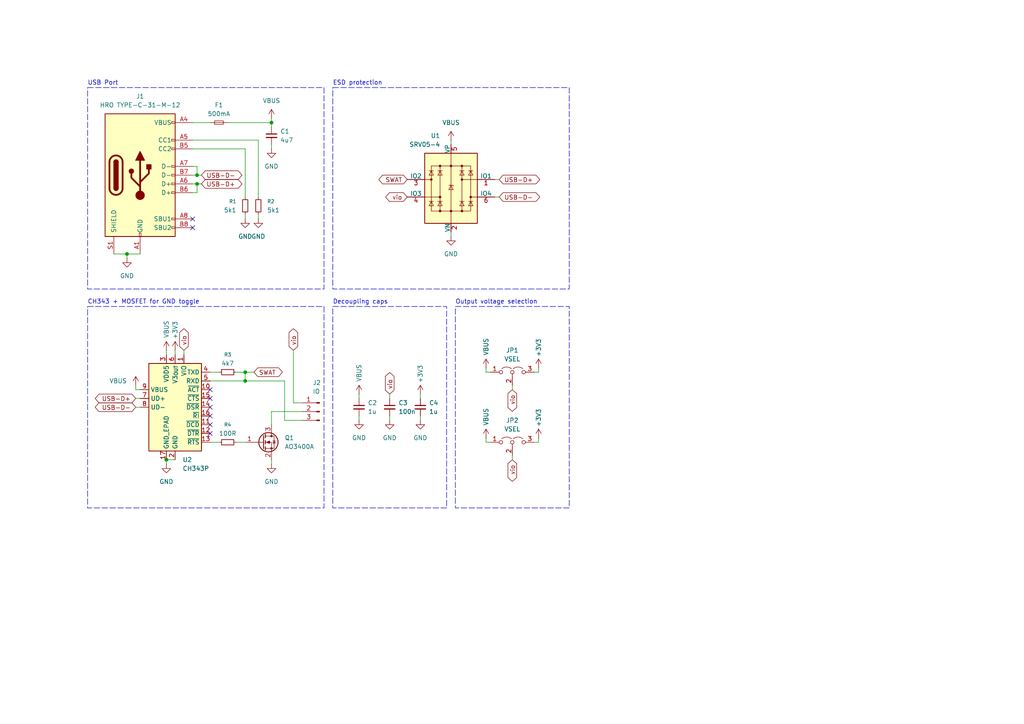
<source format=kicad_sch>
(kicad_sch (version 20250114) (generator "eeschema") (generator_version "9.0")
  (paper "A4")
  (title_block (title "sonixflasher") (date "2025-09-10") (rev "RC1") (company "ebastler") (comment 1 "Designed by Moritz Plattner"))
  (lib_symbols
    (symbol "Connector:Conn_01x03_Pin" (pin_names (offset 1.016) (hide yes))
      (property "Reference" "J" (at 0 5.08 0))
      (property "Value" "Conn_01x03_Pin" (at 0 -5.08 0))
      (symbol "Conn_01x03_Pin_1_1"
        (rectangle (start 0.8636 2.667) (end 0 2.413) (stroke (width 0.1524)) (fill (type outline)))
        (rectangle (start 0.8636 0.127) (end 0 -0.127) (stroke (width 0.1524)) (fill (type outline)))
        (rectangle (start 0.8636 -2.413) (end 0 -2.667) (stroke (width 0.1524)) (fill (type outline)))
        (polyline (pts (xy 1.27 2.54) (xy 0.8636 2.54)) (stroke (width 0.1524)))
        (polyline (pts (xy 1.27 0) (xy 0.8636 0)) (stroke (width 0.1524)))
        (polyline (pts (xy 1.27 -2.54) (xy 0.8636 -2.54)) (stroke (width 0.1524)))
        (pin passive line (at 5.08 2.54 180) (length 3.81) (name "Pin_1") (number "1"))
        (pin passive line (at 5.08 0 180) (length 3.81) (name "Pin_2") (number "2"))
        (pin passive line (at 5.08 -2.54 180) (length 3.81) (name "Pin_3") (number "3"))
      )
    )
    (symbol "Connector:USB_C_Receptacle_USB2.0_16P" (pin_names (offset 1.016))
      (property "Reference" "J" (at 0 22.225 0))
      (property "Value" "USB_C_Receptacle_USB2.0_16P" (at 0 19.685 0))
      (symbol "USB_C_Receptacle_USB2.0_16P_0_0"
        (rectangle (start -0.254 -17.78) (end 0.254 -16.764))
        (rectangle (start 10.16 15.494) (end 9.144 14.986))
        (rectangle (start 10.16 10.414) (end 9.144 9.906))
        (rectangle (start 10.16 7.874) (end 9.144 7.366))
        (rectangle (start 10.16 2.794) (end 9.144 2.286))
        (rectangle (start 10.16 0.254) (end 9.144 -0.254))
        (rectangle (start 10.16 -2.286) (end 9.144 -2.794))
        (rectangle (start 10.16 -4.826) (end 9.144 -5.334))
        (rectangle (start 10.16 -12.446) (end 9.144 -12.954))
        (rectangle (start 10.16 -14.986) (end 9.144 -15.494))
      )
      (symbol "USB_C_Receptacle_USB2.0_16P_0_1"
        (rectangle (start -10.16 17.78) (end 10.16 -17.78) (stroke (width 0.254)) (fill (type background)))
        (polyline (pts (xy -8.89 -3.81) (xy -8.89 3.81)) (stroke (width 0.508)))
        (rectangle (start -7.62 -3.81) (end -6.35 3.81) (stroke (width 0.254)) (fill (type outline)))
        (arc (start -7.62 3.81) (mid -6.985 4.4423) (end -6.35 3.81) (stroke (width 0.254)))
        (arc (start -7.62 3.81) (mid -6.985 4.4423) (end -6.35 3.81) (stroke (width 0.254)) (fill (type outline)))
        (arc (start -8.89 3.81) (mid -6.985 5.7067) (end -5.08 3.81) (stroke (width 0.508)))
        (arc (start -5.08 -3.81) (mid -6.985 -5.7067) (end -8.89 -3.81) (stroke (width 0.508)))
        (arc (start -6.35 -3.81) (mid -6.985 -4.4423) (end -7.62 -3.81) (stroke (width 0.254)))
        (arc (start -6.35 -3.81) (mid -6.985 -4.4423) (end -7.62 -3.81) (stroke (width 0.254)) (fill (type outline)))
        (polyline (pts (xy -5.08 3.81) (xy -5.08 -3.81)) (stroke (width 0.508)))
        (circle (center -2.54 1.143) (radius 0.635) (stroke (width 0.254)) (fill (type outline)))
        (polyline (pts (xy -1.27 4.318) (xy 0 6.858) (xy 1.27 4.318) (xy -1.27 4.318)) (stroke (width 0.254)) (fill (type outline)))
        (polyline (pts (xy 0 -2.032) (xy 2.54 0.508) (xy 2.54 1.778)) (stroke (width 0.508)))
        (polyline (pts (xy 0 -3.302) (xy -2.54 -0.762) (xy -2.54 0.508)) (stroke (width 0.508)))
        (polyline (pts (xy 0 -5.842) (xy 0 4.318)) (stroke (width 0.508)))
        (circle (center 0 -5.842) (radius 1.27) (fill (type outline)))
        (rectangle (start 1.905 1.778) (end 3.175 3.048) (stroke (width 0.254)) (fill (type outline)))
      )
      (symbol "USB_C_Receptacle_USB2.0_16P_1_1"
        (pin passive line (at -7.62 -22.86 90) (length 5.08) (name "SHIELD") (number "S1"))
        (pin passive line (at 0 -22.86 90) (length 5.08) (name "GND") (number "A1"))
        (pin passive line (at 0 -22.86 90) (length 5.08) (hide yes) (name "GND") (number "A12"))
        (pin passive line (at 0 -22.86 90) (length 5.08) (hide yes) (name "GND") (number "B1"))
        (pin passive line (at 0 -22.86 90) (length 5.08) (hide yes) (name "GND") (number "B12"))
        (pin passive line (at 15.24 15.24 180) (length 5.08) (name "VBUS") (number "A4"))
        (pin passive line (at 15.24 15.24 180) (length 5.08) (hide yes) (name "VBUS") (number "A9"))
        (pin passive line (at 15.24 15.24 180) (length 5.08) (hide yes) (name "VBUS") (number "B4"))
        (pin passive line (at 15.24 15.24 180) (length 5.08) (hide yes) (name "VBUS") (number "B9"))
        (pin bidirectional line (at 15.24 10.16 180) (length 5.08) (name "CC1") (number "A5"))
        (pin bidirectional line (at 15.24 7.62 180) (length 5.08) (name "CC2") (number "B5"))
        (pin bidirectional line (at 15.24 2.54 180) (length 5.08) (name "D-") (number "A7"))
        (pin bidirectional line (at 15.24 0 180) (length 5.08) (name "D-") (number "B7"))
        (pin bidirectional line (at 15.24 -2.54 180) (length 5.08) (name "D+") (number "A6"))
        (pin bidirectional line (at 15.24 -5.08 180) (length 5.08) (name "D+") (number "B6"))
        (pin bidirectional line (at 15.24 -12.7 180) (length 5.08) (name "SBU1") (number "A8"))
        (pin bidirectional line (at 15.24 -15.24 180) (length 5.08) (name "SBU2") (number "B8"))
      )
    )
    (symbol "Device:C_Small" (pin_numbers (hide yes)) (pin_names (offset 0.254) (hide yes))
      (property "Reference" "C" (at 0.254 1.778 0))
      (property "Value" "C_Small" (at 0.254 -2.032 0))
      (symbol "C_Small_0_1"
        (polyline (pts (xy -1.524 0.508) (xy 1.524 0.508)) (stroke (width 0.3048)))
        (polyline (pts (xy -1.524 -0.508) (xy 1.524 -0.508)) (stroke (width 0.3302)))
      )
      (symbol "C_Small_1_1"
        (pin passive line (at 0 2.54 270) (length 2.032) (name "~") (number "1"))
        (pin passive line (at 0 -2.54 90) (length 2.032) (name "~") (number "2"))
      )
    )
    (symbol "Device:Fuse_Small" (pin_numbers (hide yes)) (pin_names (offset 0.254) (hide yes))
      (property "Reference" "F" (at 0 -1.524 0))
      (property "Value" "Fuse_Small" (at 0 1.524 0))
      (symbol "Fuse_Small_0_1"
        (rectangle (start -1.27 0.508) (end 1.27 -0.508))
        (polyline (pts (xy -1.27 0) (xy 1.27 0)))
      )
      (symbol "Fuse_Small_1_1"
        (pin passive line (at -2.54 0 0) (length 1.27) (name "~") (number "1"))
        (pin passive line (at 2.54 0 180) (length 1.27) (name "~") (number "2"))
      )
    )
    (symbol "Device:R_Small" (pin_numbers (hide yes)) (pin_names (offset 0.254) (hide yes))
      (property "Reference" "R" (at 0 0 90))
      (property "Value" "R_Small" (at 1.778 0 90))
      (symbol "R_Small_0_1"
        (rectangle (start -0.762 1.778) (end 0.762 -1.778) (stroke (width 0.2032)))
      )
      (symbol "R_Small_1_1"
        (pin passive line (at 0 2.54 270) (length 0.762) (name "~") (number "1"))
        (pin passive line (at 0 -2.54 90) (length 0.762) (name "~") (number "2"))
      )
    )
    (symbol "Interface_USB:CH343P"
      (property "Reference" "U" (at -8.89 13.97 0))
      (property "Value" "CH343P" (at 7.62 13.97 0))
      (symbol "CH343P_0_1"
        (rectangle (start -7.62 12.7) (end 7.62 -12.7) (stroke (width 0.254)) (fill (type background)))
      )
      (symbol "CH343P_1_0"
        (pin power_in line (at -2.54 -15.24 90) (length 2.54) (name "GND_EPAD") (number "17"))
        (pin power_in line (at 0 -15.24 90) (length 2.54) (name "GND") (number "2"))
      )
      (symbol "CH343P_1_1"
        (pin input line (at -10.16 5.08 0) (length 2.54) (name "VBUS") (number "9"))
        (pin bidirectional line (at -10.16 2.54 0) (length 2.54) (name "UD+") (number "7"))
        (pin bidirectional line (at -10.16 0 0) (length 2.54) (name "UD-") (number "8"))
        (pin power_in line (at -2.54 15.24 270) (length 2.54) (name "VDD5") (number "3"))
        (pin power_out line (at 0 15.24 270) (length 2.54) (name "V3_{OUT}") (number "6"))
        (pin power_in line (at 2.54 15.24 270) (length 2.54) (name "VIO") (number "1"))
        (pin output line (at 10.16 10.16 180) (length 2.54) (name "TXD") (number "4"))
        (pin input line (at 10.16 7.62 180) (length 2.54) (name "RXD") (number "5"))
        (pin output line (at 10.16 5.08 180) (length 2.54) (name "~{ACT}") (number "10"))
        (pin input line (at 10.16 2.54 180) (length 2.54) (name "~{CTS}") (number "15"))
        (pin input line (at 10.16 0 180) (length 2.54) (name "~{DSR}") (number "14"))
        (pin input line (at 10.16 -2.54 180) (length 2.54) (name "~{RI}") (number "16"))
        (pin input line (at 10.16 -5.08 180) (length 2.54) (name "~{DCD}") (number "11"))
        (pin output line (at 10.16 -7.62 180) (length 2.54) (name "~{DTR}") (number "12"))
        (pin output line (at 10.16 -10.16 180) (length 2.54) (name "~{RTS}") (number "13"))
      )
    )
    (symbol "Jumper:Jumper_3_Open" (pin_names (offset 0) (hide yes)) (in_bom no)
      (property "Reference" "JP" (at -2.54 -2.54 0))
      (property "Value" "Jumper_3_Open" (at 0 2.794 0))
      (symbol "Jumper_3_Open_0_0"
        (circle (center -3.302 0) (radius 0.508))
        (circle (center 0 0) (radius 0.508))
        (circle (center 3.302 0) (radius 0.508))
      )
      (symbol "Jumper_3_Open_0_1"
        (arc (start -3.048 1.016) (mid -1.651 1.4992) (end -0.254 1.016))
        (polyline (pts (xy 0 -0.508) (xy 0 -1.27)))
        (arc (start 0.254 1.016) (mid 1.651 1.4992) (end 3.048 1.016))
      )
      (symbol "Jumper_3_Open_1_1"
        (pin passive line (at -6.35 0 0) (length 2.54) (name "A") (number "1"))
        (pin passive line (at 0 -3.81 90) (length 2.54) (name "C") (number "2"))
        (pin passive line (at 6.35 0 180) (length 2.54) (name "B") (number "3"))
      )
    )
    (symbol "PCM_marbastlib-various:SRV05-4" (pin_names (offset 0))
      (property "Reference" "U" (at -5.08 11.43 0))
      (property "Value" "SRV05-4" (at 2.54 11.43 0))
      (symbol "SRV05-4_0_0"
        (rectangle (start -5.715 6.477) (end 5.715 -6.604))
        (polyline (pts (xy -3.175 -6.604) (xy -3.175 6.477)))
        (polyline (pts (xy 3.175 6.477) (xy 3.175 -6.604)))
      )
      (symbol "SRV05-4_0_1"
        (polyline (pts (xy -7.747 2.54) (xy -3.175 2.54)))
        (rectangle (start -7.62 10.16) (end 7.62 -10.16) (stroke (width 0.254)) (fill (type background)))
        (polyline (pts (xy -7.62 -2.54) (xy -5.715 -2.54)))
        (circle (center -5.715 -2.54) (radius 0.2794) (fill (type outline)))
        (polyline (pts (xy -5.08 5.08) (xy -6.35 5.08)))
        (polyline (pts (xy -5.08 3.81) (xy -6.35 3.81) (xy -5.715 5.08) (xy -5.08 3.81)))
        (polyline (pts (xy -5.08 -3.81) (xy -6.35 -3.81)))
        (polyline (pts (xy -5.08 -5.08) (xy -6.35 -5.08) (xy -5.715 -3.81) (xy -5.08 -5.08)))
        (circle (center -3.175 6.477) (radius 0.2794) (fill (type outline)))
        (circle (center -3.175 2.54) (radius 0.2794) (fill (type outline)))
        (circle (center -3.175 -6.604) (radius 0.2794) (fill (type outline)))
        (polyline (pts (xy -2.54 5.08) (xy -3.81 5.08)))
        (polyline (pts (xy -2.54 3.81) (xy -3.81 3.81) (xy -3.175 5.08) (xy -2.54 3.81)))
        (polyline (pts (xy -2.54 -3.81) (xy -3.81 -3.81)))
        (polyline (pts (xy -2.54 -5.08) (xy -3.81 -5.08) (xy -3.175 -3.81) (xy -2.54 -5.08)))
        (polyline (pts (xy 0 10.16) (xy 0 -10.16)))
        (circle (center 0 6.477) (radius 0.2794) (fill (type outline)))
        (circle (center 0 -6.604) (radius 0.2794) (fill (type outline)))
        (polyline (pts (xy 0.635 0.889) (xy -0.635 0.889) (xy -0.635 0.635)))
        (polyline (pts (xy 0.635 -0.381) (xy -0.635 -0.381) (xy 0 0.889) (xy 0.635 -0.381)))
        (circle (center 3.175 6.477) (radius 0.2794) (fill (type outline)))
        (circle (center 3.175 -2.54) (radius 0.2794) (fill (type outline)))
        (circle (center 3.175 -6.604) (radius 0.2794) (fill (type outline)))
        (polyline (pts (xy 3.81 5.08) (xy 2.54 5.08)))
        (polyline (pts (xy 3.81 3.81) (xy 2.54 3.81) (xy 3.175 5.08) (xy 3.81 3.81)))
        (polyline (pts (xy 3.81 -3.81) (xy 2.54 -3.81)))
        (polyline (pts (xy 3.81 -5.08) (xy 2.54 -5.08) (xy 3.175 -3.81) (xy 3.81 -5.08)))
        (circle (center 5.715 2.54) (radius 0.2794) (fill (type outline)))
        (polyline (pts (xy 6.35 5.08) (xy 5.08 5.08)))
        (polyline (pts (xy 6.35 3.81) (xy 5.08 3.81) (xy 5.715 5.08) (xy 6.35 3.81)))
        (polyline (pts (xy 6.35 -3.81) (xy 5.08 -3.81)))
        (polyline (pts (xy 6.35 -5.08) (xy 5.08 -5.08) (xy 5.715 -3.81) (xy 6.35 -5.08)))
        (polyline (pts (xy 7.62 2.54) (xy 5.715 2.54)))
        (polyline (pts (xy 7.62 -2.54) (xy 3.175 -2.54)))
      )
      (symbol "SRV05-4_1_1"
        (pin passive line (at -12.7 2.54 0) (length 5.08) (name "IO1") (number "1"))
        (pin passive line (at -12.7 -2.54 0) (length 5.08) (name "IO4") (number "6"))
        (pin passive line (at 0 12.7 270) (length 2.54) (name "VP") (number "5"))
        (pin passive line (at 0 -12.7 90) (length 2.54) (name "VN") (number "2"))
        (pin passive line (at 12.7 2.54 180) (length 5.08) (name "IO2") (number "3"))
        (pin passive line (at 12.7 -2.54 180) (length 5.08) (name "IO3") (number "4"))
      )
    )
    (symbol "Transistor_FET:AO3400A" (pin_names (offset 0) (hide yes))
      (property "Reference" "Q" (at 5.08 1.905 0))
      (property "Value" "AO3400A" (at 5.08 0 0))
      (symbol "AO3400A_0_1"
        (polyline (pts (xy 0.254 1.905) (xy 0.254 -1.905)) (stroke (width 0.254)))
        (polyline (pts (xy 0.254 0) (xy -2.54 0)))
        (polyline (pts (xy 0.762 2.286) (xy 0.762 1.27)) (stroke (width 0.254)))
        (polyline (pts (xy 0.762 0.508) (xy 0.762 -0.508)) (stroke (width 0.254)))
        (polyline (pts (xy 0.762 -1.27) (xy 0.762 -2.286)) (stroke (width 0.254)))
        (polyline (pts (xy 0.762 -1.778) (xy 3.302 -1.778) (xy 3.302 1.778) (xy 0.762 1.778)))
        (polyline (pts (xy 1.016 0) (xy 2.032 0.381) (xy 2.032 -0.381) (xy 1.016 0)) (fill (type outline)))
        (circle (center 1.651 0) (radius 2.794) (stroke (width 0.254)))
        (polyline (pts (xy 2.54 2.54) (xy 2.54 1.778)))
        (circle (center 2.54 1.778) (radius 0.254) (fill (type outline)))
        (circle (center 2.54 -1.778) (radius 0.254) (fill (type outline)))
        (polyline (pts (xy 2.54 -2.54) (xy 2.54 0) (xy 0.762 0)))
        (polyline (pts (xy 2.921 0.381) (xy 3.683 0.381)))
        (polyline (pts (xy 3.302 0.381) (xy 2.921 -0.254) (xy 3.683 -0.254) (xy 3.302 0.381)))
      )
      (symbol "AO3400A_1_1"
        (pin input line (at -5.08 0 0) (length 2.54) (name "G") (number "1"))
        (pin passive line (at 2.54 5.08 270) (length 2.54) (name "D") (number "3"))
        (pin passive line (at 2.54 -5.08 90) (length 2.54) (name "S") (number "2"))
      )
    )
    (symbol "power:+3V3" (power) (pin_numbers (hide yes)) (pin_names (offset 0) (hide yes))
      (property "Value" "+3V3" (at 0 3.556 0))
      (symbol "+3V3_0_1"
        (polyline (pts (xy -0.762 1.27) (xy 0 2.54)))
        (polyline (pts (xy 0 2.54) (xy 0.762 1.27)))
        (polyline (pts (xy 0 0) (xy 0 2.54)))
      )
      (symbol "+3V3_1_1"
        (pin power_in line (at 0 0 90) (length 0) (name "~") (number "1"))
      )
    )
    (symbol "power:GND" (power) (pin_numbers (hide yes)) (pin_names (offset 0) (hide yes))
      (property "Value" "GND" (at 0 -3.81 0))
      (symbol "GND_0_1"
        (polyline (pts (xy 0 0) (xy 0 -1.27) (xy 1.27 -1.27) (xy 0 -2.54) (xy -1.27 -1.27) (xy 0 -1.27)))
      )
      (symbol "GND_1_1"
        (pin power_in line (at 0 0 270) (length 0) (name "~") (number "1"))
      )
    )
    (symbol "power:VBUS" (power) (pin_numbers (hide yes)) (pin_names (offset 0) (hide yes))
      (property "Value" "VBUS" (at 0 3.556 0))
      (symbol "VBUS_0_1"
        (polyline (pts (xy -0.762 1.27) (xy 0 2.54)))
        (polyline (pts (xy 0 2.54) (xy 0.762 1.27)))
        (polyline (pts (xy 0 0) (xy 0 2.54)))
      )
      (symbol "VBUS_1_1"
        (pin power_in line (at 0 0 90) (length 0) (name "~") (number "1"))
      )
    )
  )
  (rectangle (start 25.4 25.4) (end 93.98 83.82) (stroke (width 0) (type dash)))
  (rectangle (start 96.52 25.4) (end 165.1 83.82) (stroke (width 0) (type dash)))
  (rectangle (start 96.52 88.9) (end 129.54 147.32) (stroke (width 0) (type dash)))
  (rectangle (start 25.4 88.9) (end 93.98 147.32) (stroke (width 0) (type dash)))
  (rectangle (start 132.08 88.9) (end 165.1 147.32) (stroke (width 0) (type dash)))
  (text "Decoupling caps" (at 96.52 87.63 0) (effects (font (size 1.27 1.27)) (justify left)))
  (text "CH343 + MOSFET for GND toggle" (at 25.4 87.63 0) (effects (font (size 1.27 1.27)) (justify left)))
  (text "ESD protection" (at 96.52 24.13 0) (effects (font (size 1.27 1.27)) (justify left)))
  (text "USB Port" (at 25.4 24.13 0) (effects (font (size 1.27 1.27)) (justify left)))
  (text "Output voltage selection" (at 132.08 87.63 0) (effects (font (size 1.27 1.27)) (justify left)))
  (junction (at 71.12 107.95))
  (junction (at 71.12 110.49))
  (junction (at 48.26 133.35))
  (junction (at 78.74 35.56))
  (junction (at 57.15 50.8))
  (junction (at 57.15 53.34))
  (junction (at 36.83 73.66))
  (no_connect (at 60.96 123.19))
  (no_connect (at 60.96 113.03))
  (no_connect (at 55.88 63.5))
  (no_connect (at 55.88 66.04))
  (no_connect (at 60.96 118.11))
  (no_connect (at 60.96 115.57))
  (no_connect (at 60.96 125.73))
  (no_connect (at 60.96 120.65))
  (wire (pts (xy 60.96 128.27) (xy 63.5 128.27)))
  (wire (pts (xy 71.12 107.95) (xy 73.66 107.95)))
  (wire (pts (xy 55.88 40.64) (xy 74.93 40.64)))
  (wire (pts (xy 57.15 48.26) (xy 55.88 48.26)))
  (wire (pts (xy 74.93 63.5) (xy 74.93 62.23)))
  (wire (pts (xy 130.81 40.64) (xy 130.81 41.91)))
  (wire (pts (xy 57.15 50.8) (xy 58.42 50.8)))
  (wire (pts (xy 104.14 120.65) (xy 104.14 121.92)))
  (wire (pts (xy 78.74 133.35) (xy 78.74 134.62)))
  (wire (pts (xy 66.04 35.56) (xy 78.74 35.56)))
  (wire (pts (xy 55.88 43.18) (xy 71.12 43.18)))
  (wire (pts (xy 156.21 128.27) (xy 154.94 128.27)))
  (wire (pts (xy 130.81 68.58) (xy 130.81 67.31)))
  (wire (pts (xy 55.88 55.88) (xy 57.15 55.88)))
  (wire (pts (xy 156.21 106.68) (xy 156.21 107.95)))
  (wire (pts (xy 48.26 133.35) (xy 50.8 133.35)))
  (wire (pts (xy 121.92 120.65) (xy 121.92 121.92)))
  (wire (pts (xy 140.97 106.68) (xy 140.97 107.95)))
  (wire (pts (xy 78.74 35.56) (xy 78.74 36.83)))
  (wire (pts (xy 148.59 113.03) (xy 148.59 111.76)))
  (wire (pts (xy 48.26 133.35) (xy 48.26 134.62)))
  (wire (pts (xy 39.37 111.76) (xy 39.37 113.03)))
  (wire (pts (xy 113.03 120.65) (xy 113.03 121.92)))
  (wire (pts (xy 39.37 113.03) (xy 40.64 113.03)))
  (wire (pts (xy 104.14 114.3) (xy 104.14 115.57)))
  (wire (pts (xy 78.74 119.38) (xy 78.74 123.19)))
  (wire (pts (xy 71.12 107.95) (xy 68.58 107.95)))
  (wire (pts (xy 57.15 53.34) (xy 57.15 55.88)))
  (wire (pts (xy 144.78 57.15) (xy 143.51 57.15)))
  (wire (pts (xy 78.74 43.18) (xy 78.74 41.91)))
  (wire (pts (xy 78.74 34.29) (xy 78.74 35.56)))
  (wire (pts (xy 48.26 101.6) (xy 48.26 102.87)))
  (wire (pts (xy 82.55 121.92) (xy 87.63 121.92)))
  (wire (pts (xy 82.55 110.49) (xy 82.55 121.92)))
  (wire (pts (xy 60.96 110.49) (xy 71.12 110.49)))
  (wire (pts (xy 143.51 52.07) (xy 144.78 52.07)))
  (wire (pts (xy 57.15 53.34) (xy 58.42 53.34)))
  (wire (pts (xy 39.37 118.11) (xy 40.64 118.11)))
  (wire (pts (xy 36.83 74.93) (xy 36.83 73.66)))
  (wire (pts (xy 55.88 35.56) (xy 60.96 35.56)))
  (wire (pts (xy 140.97 128.27) (xy 142.24 128.27)))
  (wire (pts (xy 57.15 50.8) (xy 55.88 50.8)))
  (wire (pts (xy 68.58 128.27) (xy 71.12 128.27)))
  (wire (pts (xy 53.34 101.6) (xy 53.34 102.87)))
  (wire (pts (xy 148.59 133.35) (xy 148.59 132.08)))
  (wire (pts (xy 33.02 73.66) (xy 36.83 73.66)))
  (wire (pts (xy 121.92 114.3) (xy 121.92 115.57)))
  (wire (pts (xy 85.09 101.6) (xy 85.09 116.84)))
  (wire (pts (xy 71.12 63.5) (xy 71.12 62.23)))
  (wire (pts (xy 156.21 107.95) (xy 154.94 107.95)))
  (wire (pts (xy 140.97 127) (xy 140.97 128.27)))
  (wire (pts (xy 36.83 73.66) (xy 40.64 73.66)))
  (wire (pts (xy 57.15 48.26) (xy 57.15 50.8)))
  (wire (pts (xy 60.96 107.95) (xy 63.5 107.95)))
  (wire (pts (xy 39.37 115.57) (xy 40.64 115.57)))
  (wire (pts (xy 85.09 116.84) (xy 87.63 116.84)))
  (wire (pts (xy 87.63 119.38) (xy 78.74 119.38)))
  (wire (pts (xy 71.12 57.15) (xy 71.12 43.18)))
  (wire (pts (xy 156.21 127) (xy 156.21 128.27)))
  (wire (pts (xy 140.97 107.95) (xy 142.24 107.95)))
  (wire (pts (xy 55.88 53.34) (xy 57.15 53.34)))
  (wire (pts (xy 71.12 110.49) (xy 82.55 110.49)))
  (wire (pts (xy 50.8 101.6) (xy 50.8 102.87)))
  (wire (pts (xy 74.93 40.64) (xy 74.93 57.15)))
  (wire (pts (xy 113.03 114.3) (xy 113.03 115.57)))
  (wire (pts (xy 71.12 110.49) (xy 71.12 107.95)))
  (global_label "USB-D-" (shape bidirectional) (at 144.78 57.15 0) (property "Intersheetrefs" "${INTERSHEET_REFS}" (effects (hide yes))))
  (global_label "SWAT" (shape bidirectional) (at 73.66 107.95 0) (property "Intersheetrefs" "${INTERSHEET_REFS}" (effects (hide yes))))
  (global_label "vio" (shape bidirectional) (at 53.34 101.6 90) (property "Intersheetrefs" "${INTERSHEET_REFS}" (effects (hide yes))))
  (global_label "SWAT" (shape bidirectional) (at 118.11 52.07 180) (property "Intersheetrefs" "${INTERSHEET_REFS}" (effects (hide yes))))
  (global_label "USB-D-" (shape bidirectional) (at 39.37 118.11 180) (property "Intersheetrefs" "${INTERSHEET_REFS}" (effects (hide yes))))
  (global_label "vio" (shape bidirectional) (at 118.11 57.15 180) (property "Intersheetrefs" "${INTERSHEET_REFS}" (effects (hide yes))))
  (global_label "vio" (shape bidirectional) (at 148.59 113.03 270) (property "Intersheetrefs" "${INTERSHEET_REFS}" (effects (hide yes))))
  (global_label "vio" (shape bidirectional) (at 148.59 133.35 270) (property "Intersheetrefs" "${INTERSHEET_REFS}" (effects (hide yes))))
  (global_label "USB-D+" (shape bidirectional) (at 144.78 52.07 0) (property "Intersheetrefs" "${INTERSHEET_REFS}" (effects (hide yes))))
  (global_label "vio" (shape bidirectional) (at 113.03 114.3 90) (property "Intersheetrefs" "${INTERSHEET_REFS}" (effects (hide yes))))
  (global_label "vio" (shape bidirectional) (at 85.09 101.6 90) (property "Intersheetrefs" "${INTERSHEET_REFS}" (effects (hide yes))))
  (global_label "USB-D+" (shape bidirectional) (at 39.37 115.57 180) (property "Intersheetrefs" "${INTERSHEET_REFS}" (effects (hide yes))))
  (global_label "USB-D+" (shape bidirectional) (at 58.42 53.34 0) (property "Intersheetrefs" "${INTERSHEET_REFS}" (effects (hide yes))))
  (global_label "USB-D-" (shape bidirectional) (at 58.42 50.8 0) (property "Intersheetrefs" "${INTERSHEET_REFS}" (effects (hide yes))))
  (symbol (lib_id "power:VBUS") (at 78.74 34.29 0) (unit 1)
    (property "Reference" "#PWR01" (effects (hide yes)))
    (property "Value" "VBUS" (at 78.74 29.21 0))
    (property "Description" "Power symbol creates a global label with name \"VBUS\"" (effects (hide yes)))
  )
  (symbol (lib_id "power:+3V3") (at 121.92 114.3 0) (unit 1)
    (property "Reference" "#PWR014" (effects (hide yes)))
    (property "Value" "+3V3" (at 121.92 108.458 90))
    (property "Description" "Power symbol creates a global label with name \"+3V3\"" (effects (hide yes)))
  )
  (symbol (lib_id "Device:R_Small") (at 66.04 107.95 90) (unit 1)
    (property "Reference" "R3" (at 66.04 102.87 90) (effects (font (size 1.016 1.016))))
    (property "Value" "4k7" (at 66.04 105.41 90))
    (property "Footprint" "Resistor_SMD:R_0402_1005Metric" (effects (hide yes)))
    (property "Description" "Resistor, small symbol" (effects (hide yes)))
  )
  (symbol (lib_id "PCM_marbastlib-various:SRV05-4") (at 130.81 54.61 0) (mirror y) (unit 1)
    (property "Reference" "U1" (at 127.6919 39.37 0) (effects (justify left)))
    (property "Value" "SRV05-4" (at 127.6919 41.91 0) (effects (justify left)))
    (property "Footprint" "PCM_marbastlib-various:SOT-23-6-routable" (effects (hide yes)))
    (property "Datasheet" "http://www.onsemi.com/pub/Collateral/SRV05-4-D.PDF" (effects (hide yes)))
    (property "Description" "ESD Protection Diodes with Low Clamping Voltage, SOT-23-6" (effects (hide yes)))
  )
  (symbol (lib_id "Jumper:Jumper_3_Open") (at 148.59 128.27 0) (unit 1) (in_bom no)
    (property "Reference" "JP2" (at 148.59 121.92 0))
    (property "Value" "VSEL" (at 148.59 124.46 0))
    (property "Footprint" "Connector_PinHeader_2.54mm:PinHeader_1x03_P2.54mm_Vertical" (effects (hide yes)))
    (property "Description" "Jumper, 3-pole, both open" (effects (hide yes)))
    (property "LCSC" "C49257" (effects (hide yes)))
  )
  (symbol (lib_id "power:VBUS") (at 48.26 101.6 0) (unit 1)
    (property "Reference" "#PWR08" (effects (hide yes)))
    (property "Value" "VBUS" (at 48.26 95.504 90))
    (property "Description" "Power symbol creates a global label with name \"VBUS\"" (effects (hide yes)))
  )
  (symbol (lib_id "Interface_USB:CH343P") (at 50.8 118.11 0) (unit 1)
    (property "Reference" "U2" (at 52.9433 133.35 0) (effects (justify left)))
    (property "Value" "CH343P" (at 52.9433 135.89 0) (effects (justify left)))
    (property "Footprint" "Package_DFN_QFN:WCH_QFN-16-1EP_3x3mm_P0.5mm_EP1.8x1.8mm" (effects (hide yes)))
    (property "Datasheet" "https://www.wch-ic.com/downloads/CH343DS1_PDF.html" (effects (hide yes)))
    (property "Description" "High-Speed USB serial converter, up to 6Mbps, 3.3V or 5V supply, UART, QFN-16" (effects (hide yes)))
  )
  (symbol (lib_id "power:VBUS") (at 140.97 106.68 0) (unit 1)
    (property "Reference" "#PWR010" (effects (hide yes)))
    (property "Value" "VBUS" (at 140.97 100.584 90))
    (property "Description" "Power symbol creates a global label with name \"VBUS\"" (effects (hide yes)))
  )
  (symbol (lib_id "power:GND") (at 71.12 63.5 0) (unit 1)
    (property "Reference" "#PWR04" (effects (hide yes)))
    (property "Value" "GND" (at 71.12 68.58 0))
    (property "Description" "Power symbol creates a global label with name \"GND\" , ground" (effects (hide yes)))
  )
  (symbol (lib_id "power:VBUS") (at 104.14 114.3 0) (unit 1)
    (property "Reference" "#PWR013" (effects (hide yes)))
    (property "Value" "VBUS" (at 104.14 108.204 90))
    (property "Description" "Power symbol creates a global label with name \"VBUS\"" (effects (hide yes)))
  )
  (symbol (lib_id "power:GND") (at 78.74 134.62 0) (unit 1)
    (property "Reference" "#PWR021" (effects (hide yes)))
    (property "Value" "GND" (at 78.74 139.7 0))
    (property "Description" "Power symbol creates a global label with name \"GND\" , ground" (effects (hide yes)))
  )
  (symbol (lib_id "power:GND") (at 130.81 68.58 0) (unit 1)
    (property "Reference" "#PWR06" (effects (hide yes)))
    (property "Value" "GND" (at 130.81 73.66 0))
    (property "Description" "Power symbol creates a global label with name \"GND\" , ground" (effects (hide yes)))
  )
  (symbol (lib_id "Device:Fuse_Small") (at 63.5 35.56 0) (unit 1)
    (property "Reference" "F1" (at 63.5 30.48 0))
    (property "Value" "500mA" (at 63.5 33.02 0))
    (property "Footprint" "Fuse:Fuse_0603_1608Metric" (effects (hide yes)))
    (property "Description" "Fuse, small symbol" (effects (hide yes)))
  )
  (symbol (lib_id "Connector:Conn_01x03_Pin") (at 92.71 119.38 0) (mirror y) (unit 1)
    (property "Reference" "J2" (at 90.678 110.998 0) (effects (justify right)))
    (property "Value" "IO" (at 90.678 113.538 0) (effects (justify right)))
    (property "Footprint" "Connector_PinHeader_2.54mm:PinHeader_1x03_P2.54mm_Horizontal" (effects (hide yes)))
    (property "Description" "Generic connector, single row, 01x03, script generated" (effects (hide yes)))
    (property "LCSC" "C49257" (effects (hide yes)))
  )
  (symbol (lib_id "power:+3V3") (at 156.21 127 0) (unit 1)
    (property "Reference" "#PWR019" (effects (hide yes)))
    (property "Value" "+3V3" (at 156.21 121.158 90))
    (property "Description" "Power symbol creates a global label with name \"+3V3\"" (effects (hide yes)))
  )
  (symbol (lib_id "power:+3V3") (at 156.21 106.68 0) (unit 1)
    (property "Reference" "#PWR011" (effects (hide yes)))
    (property "Value" "+3V3" (at 156.21 100.838 90))
    (property "Description" "Power symbol creates a global label with name \"+3V3\"" (effects (hide yes)))
  )
  (symbol (lib_id "power:GND") (at 121.92 121.92 0) (unit 1)
    (property "Reference" "#PWR017" (effects (hide yes)))
    (property "Value" "GND" (at 121.92 127 0))
    (property "Description" "Power symbol creates a global label with name \"GND\" , ground" (effects (hide yes)))
  )
  (symbol (lib_id "power:+3V3") (at 50.8 101.6 0) (unit 1)
    (property "Reference" "#PWR09" (effects (hide yes)))
    (property "Value" "+3V3" (at 50.8 95.758 90))
    (property "Description" "Power symbol creates a global label with name \"+3V3\"" (effects (hide yes)))
  )
  (symbol (lib_id "Device:C_Small") (at 78.74 39.37 0) (unit 1)
    (property "Reference" "C1" (at 81.28 38.1062 0) (effects (justify left)))
    (property "Value" "4u7" (at 81.28 40.6462 0) (effects (justify left)))
    (property "Footprint" "Capacitor_SMD:C_0603_1608Metric" (effects (hide yes)))
    (property "Description" "Unpolarized capacitor, small symbol" (effects (hide yes)))
  )
  (symbol (lib_id "Connector:USB_C_Receptacle_USB2.0_16P") (at 40.64 50.8 0) (unit 1)
    (property "Reference" "J1" (at 40.64 27.94 0))
    (property "Value" "HRO TYPE-C-31-M-12" (at 40.64 30.48 0))
    (property "Footprint" "PCM_marbastlib-various:USB_C_Receptacle_HRO_TYPE-C-31-M-12" (effects (hide yes)))
    (property "Datasheet" "https://www.usb.org/sites/default/files/documents/usb_type-c.zip" (effects (hide yes)))
    (property "Description" "USB 2.0-only 16P Type-C Receptacle connector" (effects (hide yes)))
  )
  (symbol (lib_id "power:GND") (at 78.74 43.18 0) (unit 1)
    (property "Reference" "#PWR03" (effects (hide yes)))
    (property "Value" "GND" (at 78.74 48.26 0))
    (property "Description" "Power symbol creates a global label with name \"GND\" , ground" (effects (hide yes)))
  )
  (symbol (lib_id "Device:C_Small") (at 121.92 118.11 0) (unit 1)
    (property "Reference" "C4" (at 124.46 116.8462 0) (effects (justify left)))
    (property "Value" "1u" (at 124.46 119.3862 0) (effects (justify left)))
    (property "Footprint" "Capacitor_SMD:C_0402_1005Metric" (effects (hide yes)))
    (property "Description" "Unpolarized capacitor, small symbol" (effects (hide yes)))
  )
  (symbol (lib_id "power:VBUS") (at 140.97 127 0) (unit 1)
    (property "Reference" "#PWR018" (effects (hide yes)))
    (property "Value" "VBUS" (at 140.97 120.904 90))
    (property "Description" "Power symbol creates a global label with name \"VBUS\"" (effects (hide yes)))
  )
  (symbol (lib_id "power:VBUS") (at 130.81 40.64 0) (unit 1)
    (property "Reference" "#PWR02" (effects (hide yes)))
    (property "Value" "VBUS" (at 130.81 35.56 0))
    (property "Description" "Power symbol creates a global label with name \"VBUS\"" (effects (hide yes)))
  )
  (symbol (lib_id "power:GND") (at 36.83 74.93 0) (unit 1)
    (property "Reference" "#PWR07" (effects (hide yes)))
    (property "Value" "GND" (at 36.83 80.01 0))
    (property "Description" "Power symbol creates a global label with name \"GND\" , ground" (effects (hide yes)))
  )
  (symbol (lib_id "power:GND") (at 48.26 134.62 0) (unit 1)
    (property "Reference" "#PWR020" (effects (hide yes)))
    (property "Value" "GND" (at 48.26 139.7 0))
    (property "Description" "Power symbol creates a global label with name \"GND\" , ground" (effects (hide yes)))
  )
  (symbol (lib_id "Device:C_Small") (at 104.14 118.11 0) (unit 1)
    (property "Reference" "C2" (at 106.68 116.8462 0) (effects (justify left)))
    (property "Value" "1u" (at 106.68 119.3862 0) (effects (justify left)))
    (property "Footprint" "Capacitor_SMD:C_0402_1005Metric" (effects (hide yes)))
    (property "Description" "Unpolarized capacitor, small symbol" (effects (hide yes)))
  )
  (symbol (lib_id "Device:R_Small") (at 74.93 59.69 0) (unit 1)
    (property "Reference" "R2" (at 77.47 58.4199 0) (effects (font (size 1.016 1.016)) (justify left)))
    (property "Value" "5k1" (at 77.47 60.9599 0) (effects (justify left)))
    (property "Footprint" "Resistor_SMD:R_0402_1005Metric" (effects (hide yes)))
    (property "Description" "Resistor, small symbol" (effects (hide yes)))
  )
  (symbol (lib_id "Jumper:Jumper_3_Open") (at 148.59 107.95 0) (unit 1)
    (property "Reference" "JP1" (at 148.59 101.6 0))
    (property "Value" "VSEL" (at 148.59 104.14 0))
    (property "Footprint" "Jumper:SolderJumper-3_P1.3mm_Open_RoundedPad1.0x1.5mm_NumberLabels" (effects (hide yes)))
    (property "Description" "Jumper, 3-pole, both open" (effects (hide yes)))
  )
  (symbol (lib_id "Device:R_Small") (at 71.12 59.69 0) (unit 1)
    (property "Reference" "R1" (at 68.58 58.4199 0) (effects (font (size 1.016 1.016)) (justify right)))
    (property "Value" "5k1" (at 68.58 60.9599 0) (effects (justify right)))
    (property "Footprint" "Resistor_SMD:R_0402_1005Metric" (effects (hide yes)))
    (property "Description" "Resistor, small symbol" (effects (hide yes)))
  )
  (symbol (lib_id "power:GND") (at 104.14 121.92 0) (unit 1)
    (property "Reference" "#PWR015" (effects (hide yes)))
    (property "Value" "GND" (at 104.14 127 0))
    (property "Description" "Power symbol creates a global label with name \"GND\" , ground" (effects (hide yes)))
  )
  (symbol (lib_id "power:VBUS") (at 39.37 111.76 0) (unit 1)
    (property "Reference" "#PWR012" (effects (hide yes)))
    (property "Value" "VBUS" (at 36.83 110.4899 0) (effects (justify right)))
    (property "Description" "Power symbol creates a global label with name \"VBUS\"" (effects (hide yes)))
  )
  (symbol (lib_id "Device:R_Small") (at 66.04 128.27 90) (unit 1)
    (property "Reference" "R4" (at 66.04 123.19 90) (effects (font (size 1.016 1.016))))
    (property "Value" "100R" (at 66.04 125.73 90))
    (property "Footprint" "Resistor_SMD:R_0402_1005Metric" (effects (hide yes)))
    (property "Description" "Resistor, small symbol" (effects (hide yes)))
  )
  (symbol (lib_id "Device:C_Small") (at 113.03 118.11 0) (unit 1)
    (property "Reference" "C3" (at 115.57 116.8462 0) (effects (justify left)))
    (property "Value" "100n" (at 115.57 119.3862 0) (effects (justify left)))
    (property "Footprint" "Capacitor_SMD:C_0402_1005Metric" (effects (hide yes)))
    (property "Description" "Unpolarized capacitor, small symbol" (effects (hide yes)))
  )
  (symbol (lib_id "power:GND") (at 74.93 63.5 0) (unit 1)
    (property "Reference" "#PWR05" (effects (hide yes)))
    (property "Value" "GND" (at 74.93 68.58 0))
    (property "Description" "Power symbol creates a global label with name \"GND\" , ground" (effects (hide yes)))
  )
  (symbol (lib_id "Transistor_FET:AO3400A") (at 76.2 128.27 0) (unit 1)
    (property "Reference" "Q1" (at 82.55 126.9999 0) (effects (justify left)))
    (property "Value" "AO3400A" (at 82.55 129.5399 0) (effects (justify left)))
    (property "Footprint" "Package_TO_SOT_SMD:SOT-23" (effects (hide yes)))
    (property "Datasheet" "http://www.aosmd.com/pdfs/datasheet/AO3400A.pdf" (effects (hide yes)))
    (property "Description" "30V Vds, 5.7A Id, N-Channel MOSFET, SOT-23" (effects (hide yes)))
  )
  (symbol (lib_id "power:GND") (at 113.03 121.92 0) (unit 1)
    (property "Reference" "#PWR016" (effects (hide yes)))
    (property "Value" "GND" (at 113.03 127 0))
    (property "Description" "Power symbol creates a global label with name \"GND\" , ground" (effects (hide yes)))
  )
)
</source>
